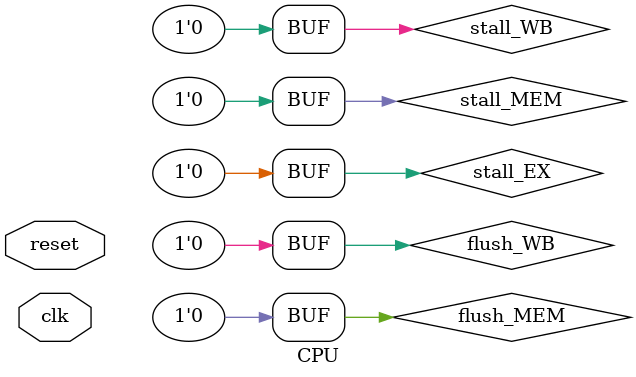
<source format=v>
/*
* B32P CPU
*/

/* Features:
- 5 stage pipeline
    - fetch             FE   (1)
    - decode            DE   (2)
    - execute           EX   (3)
    - memory            MEM  (4)
    - write back        WB   (5)

- Hazard detection:
    - flush
    - stall (MEM to reg)
    - forward
*/

module CPU(
    input clk, reset
);

// Registers for flush, stall and forwarding
reg flush_FE, flush_DE, flush_EX, flush_MEM, flush_WB;
reg stall_FE, stall_DE, stall_EX, stall_MEM, stall_WB;
reg [1:0] forward_a, forward_b;

// Cache delays
wire instr_hit_FE;

/*
* FETCH (FE)
*/

// Program Counter
reg [31:0]  pc_FE = 32'd0;

wire [31:0] pc4_FE;
assign pc4_FE = pc_FE + 3'd4;

always @(posedge clk) 
begin
    // jump has priority over instruction cache stalls
    if (jumpc_MEM || jumpr_MEM || halt_MEM || (branch_MEM && branch_passed_MEM))
    begin
        pc_FE <= jump_addr_MEM;
    end
    else if (stall_FE || (!instr_hit_FE) )
    begin
        pc_FE <= pc_FE;
    end
    else
    begin
        pc_FE <= pc4_FE;
    end
end


// Instruction Memory
//  should eventually become a memory with variable latency
// writes directly to next stage
wire [31:0] instr_DE;

InstrMem instrMem(
.clk(clk), 
.reset(reset),
.addr(pc_FE),
.q(instr_DE),
.hit(instr_hit_FE),
.hold(stall_FE),
.clear(flush_FE)
);


// Pass data from FE to DE
wire [31:0] pc4_DE;
Regr #(.N(32)) regr_pc4_FE_DE(
.clk(clk),
.hold(stall_FE),
.clear(flush_FE),
.in(pc4_FE),
.out(pc4_DE)
);


/*
* DECODE (DE)
*/

// Instruction Decoder
wire [3:0] areg_DE, breg_DE, instrOP_DE;
wire he_DE, oe_DE, sig_DE;

InstructionDecoder instrDec_DE(
.instr(instr_DE),

.instrOP(instrOP_DE),
.aluOP(),

.constAlu(),
.const16(),
.const27(),

.areg(areg_DE),
.breg(breg_DE),
.dreg(),

.he(he_DE),
.oe(oe_DE),
.sig(sig_DE)
);

// Control Unit
wire alu_use_const_DE;
wire push_DE, pop_DE;
wire dreg_we_DE;
wire mem_write_DE, mem_read_DE;
wire jumpc_DE, jumpr_DE, branch_DE, halt_DE;
wire getIntID_DE, getPC_DE;
ControlUnit controlUnit(
// in
.instrOP        (instrOP_DE),
.he             (he_DE),

// out
.alu_use_const  (alu_use_const_DE),
.push           (push_DE),
.pop            (pop_DE),
.dreg_we        (dreg_we_DE),
.mem_write      (mem_write_DE),
.mem_read       (mem_read_DE),
.jumpc          (jumpc_DE),
.jumpr          (jumpr_DE),
.halt           (halt_DE),
.branch         (branch_DE),
.getIntID       (getIntID_DE),
.getPC          (getPC_DE)
);


// Register Bank
// writes directly to next stage
wire [31:0] data_a_EX, data_b_EX;
wire [3:0] dreg_WB;
wire dreg_we_WB;
reg [31:0] data_d_WB;

Regbank regbank(
.clk(clk),
.reset(reset),

.addr_a(areg_DE),
.addr_b(breg_DE),
.data_a(data_a_EX),
.data_b(data_b_EX),

// from WB stage
.addr_d(dreg_WB),
.data_d(data_d_WB),
.we(dreg_we_WB),

.hold(stall_DE),
.clear(flush_DE)
);


// Pass data from DE to EX

// Set to 0 during stall (bubble)
wire [31:0] instr_EX;
Regr #(.N(32)) regr_instr_DE_EX(
.clk(clk),
.hold(stall_DE),
.clear(flush_DE || stall_DE),
.in(instr_DE),
.out(instr_EX)
);

wire [31:0] pc4_EX;
Regr #(.N(32)) regr_pc4_DE_EX(
.clk(clk),
.hold(stall_DE),
.clear(flush_DE),
.in(pc4_DE),
.out(pc4_EX)
);

// Set to 0 during stall (bubble)
wire alu_use_const_EX;
wire push_EX, pop_EX;
wire dreg_we_EX;
wire mem_write_EX, mem_read_EX;
wire jumpc_EX, jumpr_EX, halt_EX, branch_EX;
wire getIntID_EX, getPC_EX;
Regr #(.N(12)) regr_cuflags_DE_EX(
.clk        (clk),
.hold       (stall_DE),
.clear      (flush_DE || stall_DE),
.in         ({alu_use_const_DE, push_DE, pop_DE, dreg_we_DE, mem_write_DE, mem_read_DE, jumpc_DE, jumpr_DE, halt_DE, branch_DE, getIntID_DE, getPC_DE}),
.out        ({alu_use_const_EX, push_EX, pop_EX, dreg_we_EX, mem_write_EX, mem_read_EX, jumpc_EX, jumpr_EX, halt_EX, branch_EX, getIntID_EX, getPC_EX})
);


/*
* EXECUTE (EX)
*/

// Instruction Decoder
wire [31:0] alu_const16_EX;
wire [3:0] aluOP_EX;
wire [3:0] areg_EX, breg_EX, dreg_EX;

InstructionDecoder instrDec_EX(
.instr(instr_EX),

.instrOP(),
.aluOP(aluOP_EX),

.constAlu(alu_const16_EX),
.const16(),
.const27(),

.areg(areg_EX),
.breg(breg_EX),
.dreg(dreg_EX),

.he(),
.oe(),
.sig()
);


// ALU
wire [31:0] alu_result_EX;

// select constant or register for input b
wire[31:0] alu_input_b_EX;
assign alu_input_b_EX = (alu_use_const_EX) ? alu_const16_EX : data_b_EX;

// if forwarding, select forwarded data instead for input a of ALU
reg [31:0] fw_data_a_EX;
always @(*)
begin
    case (forward_a)
        2'd1:       fw_data_a_EX <= alu_result_MEM;
        2'd2:       fw_data_a_EX <= data_d_WB;
        default:    fw_data_a_EX <= data_a_EX;
    endcase
end

// if forwarding, select forwarded data instead for input b of ALU
reg [31:0] fw_data_b_EX;
always @(*)
begin
    case (forward_b)
        2'd1:       fw_data_b_EX <= alu_result_MEM;
        2'd2:       fw_data_b_EX <= data_d_WB;
        default:    fw_data_b_EX <= alu_input_b_EX;
    endcase
end

ALU alu(
.opcode(aluOP_EX),
.a(fw_data_a_EX),
.b(fw_data_b_EX),
.y(alu_result_EX)
);

// for special instructions, pass other data than alu result
wire [31:0] execute_result_EX;
assign execute_result_EX =  (getPC_EX) ? pc4_EX - 3'd4:
                            (getIntID_EX) ? 32'd0: // TODO add after interrupts are implemented
                            alu_result_EX;


// Pass data from EX to MEM

wire [31:0] instr_MEM;
Regr #(.N(32)) regr_instr_EX_MEM(
.clk(clk),
.hold(stall_EX),
.clear(flush_EX),
.in(instr_EX),
.out(instr_MEM)
);

wire [31:0] data_a_MEM, data_b_MEM;
Regr #(.N(64)) regr_regdata_EX_MEM(
.clk(clk),
.hold(stall_EX),
.clear(flush_EX),
.in({fw_data_a_EX, fw_data_b_EX}), // forwarded data
.out({data_a_MEM, data_b_MEM})
);

wire [31:0] pc4_MEM;
Regr #(.N(32)) regr_pc4_EX_MEM(
.clk(clk),
.hold(stall_EX),
.clear(flush_EX),
.in(pc4_EX),
.out(pc4_MEM)
);

wire push_MEM, pop_MEM;
wire dreg_we_MEM;
wire mem_write_MEM, mem_read_MEM;
wire jumpc_MEM, jumpr_MEM, halt_MEM, branch_MEM;
Regr #(.N(9)) regr_cuflags_EX_MEM(
.clk        (clk),
.hold       (stall_EX),
.clear      (flush_EX),
.in         ({push_EX, pop_EX, dreg_we_EX, mem_write_EX, mem_read_EX, jumpc_EX, jumpr_EX, halt_EX, branch_EX}),
.out        ({push_MEM, pop_MEM, dreg_we_MEM, mem_write_MEM, mem_read_MEM, jumpc_MEM, jumpr_MEM, halt_MEM, branch_MEM})
);

wire [31:0] alu_result_MEM;
Regr #(.N(32)) regr_alu_result_EX_MEM(
.clk(clk),
.hold(stall_EX),
.clear(flush_EX),
.in(execute_result_EX), // other data in case of special instructions
.out(alu_result_MEM)
);

/*
* MEMORY (MEM)
*/


// Instruction Decoder
wire [31:0] const16_MEM;
wire [26:0] const27_MEM;
wire [2:0] branchOP_MEM;
wire oe_MEM, sig_MEM;
wire [3:0] dreg_MEM;

InstructionDecoder instrDec_MEM(
.instr(instr_MEM),

.instrOP(),
.aluOP(),
.branchOP(branchOP_MEM),

.constAlu(),
.const16(const16_MEM),
.const27(const27_MEM),

.areg(),
.breg(),
.dreg(dreg_MEM),

.he(),
.oe(oe_MEM),
.sig(sig_MEM)
);


reg [31:0] jump_addr_MEM;

always @(*) 
begin
    jump_addr_MEM <= 32'd0;

    if (jumpc_MEM)
    begin
        if (oe_MEM)
        begin
            // add sign extended to allow negative offsets
            jump_addr_MEM <= pc4_MEM + {{5{const27_MEM[26]}}, const27_MEM[26:0]};
        end
        else
        begin
           jump_addr_MEM <= {5'd0, const27_MEM};
        end
    end

    else if (jumpr_MEM)
    begin
        if (oe_MEM)
        begin
            jump_addr_MEM <= pc4_MEM + (data_b_MEM + const16_MEM);
        end
        else
        begin
            jump_addr_MEM <= data_b_MEM + const16_MEM;
        end
    end
    
    else if (branch_MEM)
    begin
        jump_addr_MEM <= pc4_MEM + const16_MEM;
    end

    else if (halt_MEM)
    begin
        // jump to same address to keep halting
        jump_addr_MEM <= pc4_MEM - 3'd4;
    end
end


// Opcodes
localparam 
    BRANCH_OP_BEQ   = 3'b000, // A == B
    BRANCH_OP_BGT   = 3'b001, // A >  B
    BRANCH_OP_BGE   = 3'b010, // A >= B
    BRANCH_OP_U1    = 3'b011, // Unimplemented 1
    BRANCH_OP_BNE   = 3'b100, // A != B
    BRANCH_OP_BLT   = 3'b101, // A <  B
    BRANCH_OP_BLE   = 3'b110, // A <= B
    BRANCH_OP_U2    = 3'b111; // Unimplemented 2

reg branch_passed_MEM;

always @(*) 
begin
    branch_passed_MEM <= 1'b0;

    case (branchOP_MEM)
        BRANCH_OP_BEQ:
        begin
            branch_passed_MEM <= (data_a_MEM == data_b_MEM);
        end
        BRANCH_OP_BGT:
        begin
            branch_passed_MEM <= (sig_MEM) ? ($signed(data_a_MEM) > $signed(data_b_MEM)) : (data_a_MEM > data_b_MEM);
        end
        BRANCH_OP_BGE:
        begin
            branch_passed_MEM <= (sig_MEM) ? ($signed(data_a_MEM) >= $signed(data_b_MEM)) : (data_a_MEM >= data_b_MEM);
        end
        BRANCH_OP_BNE:
        begin
            branch_passed_MEM <= (data_a_MEM != data_b_MEM);
        end
        BRANCH_OP_BLT:
        begin
            branch_passed_MEM <= (sig_MEM) ? ($signed(data_a_MEM) < $signed(data_b_MEM)) : (data_a_MEM < data_b_MEM);
        end
        BRANCH_OP_BLE:
        begin
            branch_passed_MEM <= (sig_MEM) ? ($signed(data_a_MEM) <= $signed(data_b_MEM)) : (data_a_MEM <= data_b_MEM);
        end
    endcase
end


// Data Memory
//  should eventually become a memory with variable latency
// writes directly to the next stage
wire [31:0] dataMem_q_WB;
wire [31:0] dataMem_addr_MEM;
assign dataMem_addr_MEM = data_a_MEM + const16_MEM;

DataMem dataMem(
.clk(clk),
.addr(dataMem_addr_MEM),
.we(mem_write_MEM),
.data(data_b_MEM),
.q(dataMem_q_WB),
.hold(stall_MEM),
.clear(flush_MEM)
);

// Stack
// writes directly to the next stage
wire [31:0] stack_q_WB;

Stack stack(
.clk(clk),
.reset(reset),
.q(stack_q_WB),
.d(data_b_MEM),
.push(push_MEM),
.pop(pop_MEM),
.hold(stall_MEM),
.clear(flush_MEM)
);


// Pass data from MEM to WB

wire [31:0] instr_WB;
Regr #(.N(32)) regr_instr_MEM_WB(
.clk(clk),
.hold(stall_MEM),
.clear(flush_MEM),
.in(instr_MEM),
.out(instr_WB)
);

wire [31:0] alu_result_WB;
Regr #(.N(32)) regr_alu_result_MEM_WB(
.clk(clk),
.hold(stall_MEM),
.clear(flush_MEM),
.in(alu_result_MEM),
.out(alu_result_WB)
);

wire [31:0] pc4_WB;
Regr #(.N(32)) regr_pc4_MEM_WB(
.clk(clk),
.hold(stall_MEM),
.clear(flush_MEM),
.in(pc4_MEM),
.out(pc4_WB)
);

wire pop_WB, mem_read_WB;
//wire dreg_we_WB;
Regr #(.N(3)) regr_cuflags_MEM_WB(
.clk        (clk),
.hold       (stall_MEM),
.clear      (flush_MEM),
.in         ({pop_MEM, dreg_we_MEM, mem_read_MEM}),
.out        ({pop_WB, dreg_we_WB, mem_read_WB})
);

/*
* WRITE BACK (WB)
*/
wire [15:0] const16u_WB;

InstructionDecoder instrDec_WB(
.instr(instr_WB),

.instrOP(),
.aluOP(),

.constAlu(),
.const16(),
.const16u(const16u_WB),
.const27(),

.areg(),
.breg(),
.dreg(dreg_WB),

.he(),
.oe(),
.sig()
);

always @(*) 
begin
    case (1'b1)
        pop_WB:
        begin
            data_d_WB <= stack_q_WB;
        end
        mem_read_WB:
        begin
            data_d_WB <= dataMem_q_WB;
        end
        default: // (ALU, savPC, IntID)
        begin
            data_d_WB <= alu_result_WB;
        end
    endcase
end


/*
* FLUSH
*/
always @(*)
begin
    flush_FE <= 1'b0;
    flush_DE <= 1'b0;
    flush_EX <= 1'b0;
    flush_MEM <= 1'b0;
    flush_WB <= 1'b0;

    // flush on jumps
    if (jumpc_MEM || jumpr_MEM || halt_MEM || (branch_MEM && branch_passed_MEM))
    begin
        flush_FE <= 1'b1;
        flush_DE <= 1'b1;
        flush_EX <= 1'b1;
    end
end

/*
* STALL
*/
always @(*)
begin
    stall_FE <= 1'b0;
    stall_DE <= 1'b0;
    stall_EX <= 1'b0;
    stall_MEM <= 1'b0;
    stall_WB <= 1'b0;

    // stall if an instruction in EX uses the result of a some operation in MEM (dreg_mem)
    if ((mem_read_EX || pop_EX) && ( (dreg_EX == areg_DE) || (dreg_EX == breg_DE)) )
    begin
        stall_FE <= 1'b1;
        stall_DE <= 1'b1;
    end
end

/*
* FORWARDING
* TODO: find a fix for loadhi
*/

// MEM (4) -> EX (3)
// WB  (5) -> EX (3)
always @(*) begin

    // input a of ALU
    forward_a <= 2'd0;  // default to no forwarding
    if (dreg_we_MEM && (dreg_MEM == areg_EX) && (areg_EX != 4'd0))
    begin
        forward_a <= 2'd1;  // priority 1: forward from MEM to EX
    end
    else if (dreg_we_WB && (dreg_WB == areg_EX) && (areg_EX != 4'd0))
    begin
        forward_a <= 2'd2;  // priority 2: forward from WB to EX
    end

    // input b of ALU
    forward_b <= 2'd0;  // default to no forwarding
    if (dreg_we_MEM && (dreg_MEM == breg_EX) && (breg_EX != 4'd0))
    begin
        forward_b <= 2'd1;  // priority 1: forward from MEM to EX
    end
    else if (dreg_we_WB && (dreg_WB == breg_EX) && (breg_EX != 4'd0))
    begin
        forward_b <= 2'd2;  // priority 2: forward from WB to EX
    end
        
end


endmodule
</source>
